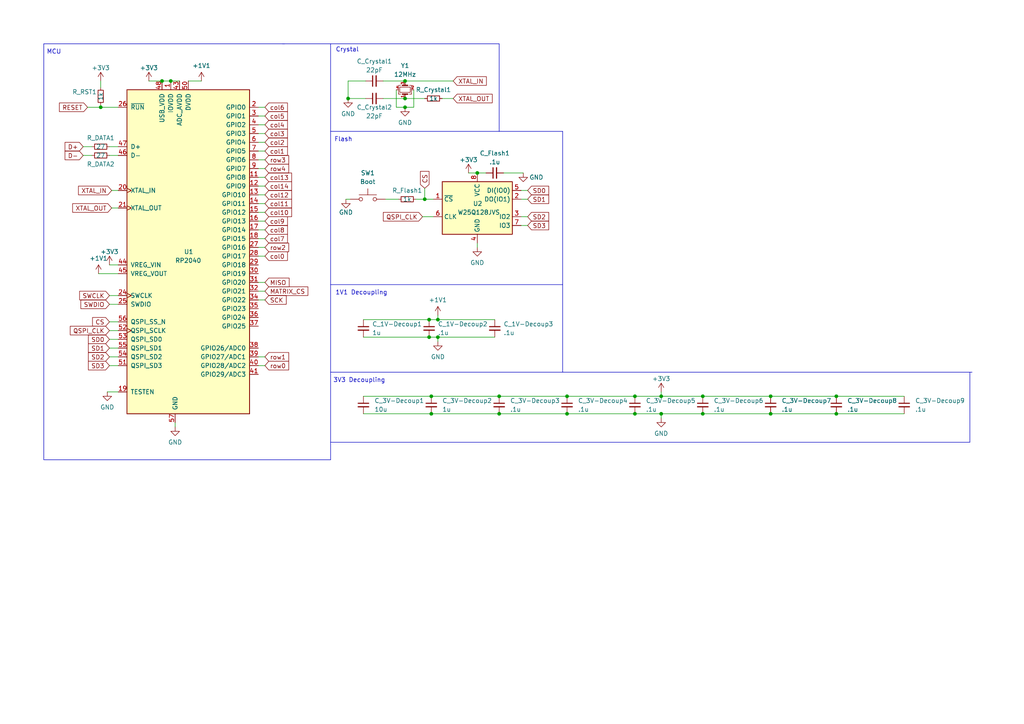
<source format=kicad_sch>
(kicad_sch (version 20230121) (generator eeschema)
  (paper "A4")
  (title_block (title "Plaket60") (date "2022-07-25") (rev "1.0"))
  (lib_symbols
    (symbol "Device:C_Small" (pin_numbers hide) (pin_names (offset 0.254) hide)
      (property "Reference" "C" (at 0.254 1.778 0))
      (property "Value" "C_Small" (at 0.254 -2.032 0))
      (symbol "C_Small_0_1"
        (polyline (pts (xy -1.524 -0.508) (xy 1.524 -0.508)) (stroke (width 0.3302)))
        (polyline (pts (xy -1.524 0.508) (xy 1.524 0.508)) (stroke (width 0.3048)))
      )
      (symbol "C_Small_1_1"
        (pin passive line (at 0 2.54 270) (length 2.032) (name "~") (number "1"))
        (pin passive line (at 0 -2.54 90) (length 2.032) (name "~") (number "2"))
      )
    )
    (symbol "Device:Crystal_GND24_Small" (pin_names (offset 1.016) hide)
      (property "Reference" "Y" (at 1.27 4.445 0))
      (property "Value" "Crystal_GND24_Small" (at 1.27 2.54 0))
      (symbol "Crystal_GND24_Small_0_1"
        (rectangle (start -0.762 -1.524) (end 0.762 1.524))
        (polyline (pts (xy -1.27 -0.762) (xy -1.27 0.762)) (stroke (width 0.381)))
        (polyline (pts (xy 1.27 -0.762) (xy 1.27 0.762)) (stroke (width 0.381)))
        (polyline (pts (xy -1.27 -1.27) (xy -1.27 -1.905) (xy 1.27 -1.905) (xy 1.27 -1.27)))
        (polyline (pts (xy -1.27 1.27) (xy -1.27 1.905) (xy 1.27 1.905) (xy 1.27 1.27)))
      )
      (symbol "Crystal_GND24_Small_1_1"
        (pin passive line (at -2.54 0 0) (length 1.27) (name "1") (number "1"))
        (pin passive line (at 0 -2.54 90) (length 0.635) (name "2") (number "2"))
        (pin passive line (at 2.54 0 180) (length 1.27) (name "3") (number "3"))
        (pin passive line (at 0 2.54 270) (length 0.635) (name "4") (number "4"))
      )
    )
    (symbol "Device:R_Small" (pin_numbers hide) (pin_names (offset 0.254) hide)
      (property "Reference" "R" (at 0.762 0.508 0))
      (property "Value" "R_Small" (at 0.762 -1.016 0))
      (symbol "R_Small_0_1"
        (rectangle (start -0.762 1.778) (end 0.762 -1.778) (stroke (width 0.2032)))
      )
      (symbol "R_Small_1_1"
        (pin passive line (at 0 2.54 270) (length 0.762) (name "~") (number "1"))
        (pin passive line (at 0 -2.54 90) (length 0.762) (name "~") (number "2"))
      )
    )
    (symbol "Memory_Flash:W25Q128JVS"
      (property "Reference" "U" (at -8.89 8.89 0))
      (property "Value" "W25Q128JVS" (at 7.62 8.89 0))
      (symbol "W25Q128JVS_0_1"
        (rectangle (start -10.16 7.62) (end 10.16 -7.62) (stroke (width 0.254)) (fill (type background)))
      )
      (symbol "W25Q128JVS_1_1"
        (pin input line (at -12.7 2.54 0) (length 2.54) (name "~{CS}") (number "1"))
        (pin bidirectional line (at 12.7 2.54 180) (length 2.54) (name "DO(IO1)") (number "2"))
        (pin bidirectional line (at 12.7 -2.54 180) (length 2.54) (name "IO2") (number "3"))
        (pin power_in line (at 0 -10.16 90) (length 2.54) (name "GND") (number "4"))
        (pin bidirectional line (at 12.7 5.08 180) (length 2.54) (name "DI(IO0)") (number "5"))
        (pin input line (at -12.7 -2.54 0) (length 2.54) (name "CLK") (number "6"))
        (pin bidirectional line (at 12.7 -5.08 180) (length 2.54) (name "IO3") (number "7"))
        (pin power_in line (at 0 10.16 270) (length 2.54) (name "VCC") (number "8"))
      )
    )
    (symbol "Switch:SW_Push" (pin_numbers hide) (pin_names (offset 1.016) hide)
      (property "Reference" "SW" (at 1.27 2.54 0))
      (property "Value" "SW_Push" (at 0 -1.524 0))
      (symbol "SW_Push_0_1"
        (circle (center -2.032 0) (radius 0.508))
        (polyline (pts (xy 0 1.27) (xy 0 3.048)))
        (polyline (pts (xy 2.54 1.27) (xy -2.54 1.27)))
        (circle (center 2.032 0) (radius 0.508))
        (pin passive line (at -5.08 0 0) (length 2.54) (name "1") (number "1"))
        (pin passive line (at 5.08 0 180) (length 2.54) (name "2") (number "2"))
      )
    )
    (symbol "cipulot_parts:RP2040" (pin_names (offset 1.016))
      (property "Reference" "U" (at 8.89 51.435 0))
      (property "Value" "RP2040" (at 8.89 48.895 0))
      (symbol "RP2040_0_0"
        (rectangle (start -17.78 -45.72) (end 17.78 48.26) (stroke (width 0.254)) (fill (type background)))
      )
      (symbol "RP2040_1_1"
        (pin power_in line (at -5.08 50.8 270) (length 2.54) (name "IOVDD") (number "1"))
        (pin power_in line (at -5.08 50.8 270) (length 2.54) hide (name "IOVDD") (number "10"))
        (pin input line (at 20.32 22.86 180) (length 2.54) (name "GPIO8") (number "11"))
        (pin input line (at 20.32 20.32 180) (length 2.54) (name "GPIO9") (number "12"))
        (pin input line (at 20.32 17.78 180) (length 2.54) (name "GPIO10") (number "13"))
        (pin input line (at 20.32 15.24 180) (length 2.54) (name "GPIO11") (number "14"))
        (pin input line (at 20.32 12.7 180) (length 2.54) (name "GPIO12") (number "15"))
        (pin input line (at 20.32 10.16 180) (length 2.54) (name "GPIO13") (number "16"))
        (pin input line (at 20.32 7.62 180) (length 2.54) (name "GPIO14") (number "17"))
        (pin input line (at 20.32 5.08 180) (length 2.54) (name "GPIO15") (number "18"))
        (pin input line (at -20.32 -39.37 0) (length 2.54) (name "TESTEN") (number "19"))
        (pin input line (at 20.32 43.18 180) (length 2.54) (name "GPIO0") (number "2"))
        (pin input clock (at -20.32 19.05 0) (length 2.54) (name "XTAL_IN") (number "20"))
        (pin input clock (at -20.32 13.97 0) (length 2.54) (name "XTAL_OUT") (number "21"))
        (pin power_in line (at -5.08 50.8 270) (length 2.54) hide (name "IOVDD") (number "22"))
        (pin power_in line (at 0 50.8 270) (length 2.54) hide (name "DVDD") (number "23"))
        (pin input clock (at -20.32 -11.43 0) (length 2.54) (name "SWCLK") (number "24"))
        (pin bidirectional line (at -20.32 -13.97 0) (length 2.54) (name "SWDIO") (number "25"))
        (pin input line (at -20.32 43.18 0) (length 2.54) (name "~{RUN}") (number "26"))
        (pin input line (at 20.32 2.54 180) (length 2.54) (name "GPIO16") (number "27"))
        (pin input line (at 20.32 0 180) (length 2.54) (name "GPIO17") (number "28"))
        (pin input line (at 20.32 -2.54 180) (length 2.54) (name "GPIO18") (number "29"))
        (pin input line (at 20.32 40.64 180) (length 2.54) (name "GPIO1") (number "3"))
        (pin input line (at 20.32 -5.08 180) (length 2.54) (name "GPIO19") (number "30"))
        (pin input line (at 20.32 -7.62 180) (length 2.54) (name "GPIO20") (number "31"))
        (pin input line (at 20.32 -10.16 180) (length 2.54) (name "GPIO21") (number "32"))
        (pin power_in line (at -5.08 50.8 270) (length 2.54) hide (name "IOVDD") (number "33"))
        (pin input line (at 20.32 -12.7 180) (length 2.54) (name "GPIO22") (number "34"))
        (pin input line (at 20.32 -15.24 180) (length 2.54) (name "GPIO23") (number "35"))
        (pin input line (at 20.32 -17.78 180) (length 2.54) (name "GPIO24") (number "36"))
        (pin input line (at 20.32 -20.32 180) (length 2.54) (name "GPIO25") (number "37"))
        (pin input line (at 20.32 -26.67 180) (length 2.54) (name "GPIO26/ADC0") (number "38"))
        (pin input line (at 20.32 -29.21 180) (length 2.54) (name "GPIO27/ADC1") (number "39"))
        (pin input line (at 20.32 38.1 180) (length 2.54) (name "GPIO2") (number "4"))
        (pin input line (at 20.32 -31.75 180) (length 2.54) (name "GPIO28/ADC2") (number "40"))
        (pin input line (at 20.32 -34.29 180) (length 2.54) (name "GPIO29/ADC3") (number "41"))
        (pin power_in line (at -5.08 50.8 270) (length 2.54) hide (name "IOVDD") (number "42"))
        (pin power_in line (at -2.54 50.8 270) (length 2.54) (name "ADC_AVDD") (number "43"))
        (pin power_in line (at -20.32 -2.54 0) (length 2.54) (name "VREG_VIN") (number "44"))
        (pin power_out line (at -20.32 -5.08 0) (length 2.54) (name "VREG_VOUT") (number "45"))
        (pin bidirectional line (at -20.32 29.21 0) (length 2.54) (name "D-") (number "46"))
        (pin bidirectional line (at -20.32 31.75 0) (length 2.54) (name "D+") (number "47"))
        (pin power_in line (at -7.62 50.8 270) (length 2.54) (name "USB_VDD") (number "48"))
        (pin power_in line (at -5.08 50.8 270) (length 2.54) hide (name "IOVDD") (number "49"))
        (pin input line (at 20.32 35.56 180) (length 2.54) (name "GPIO3") (number "5"))
        (pin power_in line (at 0 50.8 270) (length 2.54) (name "DVDD") (number "50"))
        (pin bidirectional line (at -20.32 -31.75 0) (length 2.54) (name "QSPI_SD3") (number "51"))
        (pin input clock (at -20.32 -21.59 0) (length 2.54) (name "QSPI_SCLK") (number "52"))
        (pin bidirectional line (at -20.32 -24.13 0) (length 2.54) (name "QSPI_SD0") (number "53"))
        (pin bidirectional line (at -20.32 -29.21 0) (length 2.54) (name "QSPI_SD2") (number "54"))
        (pin bidirectional line (at -20.32 -26.67 0) (length 2.54) (name "QSPI_SD1") (number "55"))
        (pin bidirectional line (at -20.32 -19.05 0) (length 2.54) (name "QSPI_SS_N") (number "56"))
        (pin power_in line (at -3.81 -48.26 90) (length 2.54) (name "GND") (number "57"))
        (pin input line (at 20.32 33.02 180) (length 2.54) (name "GPIO4") (number "6"))
        (pin input line (at 20.32 30.48 180) (length 2.54) (name "GPIO5") (number "7"))
        (pin input line (at 20.32 27.94 180) (length 2.54) (name "GPIO6") (number "8"))
        (pin input line (at 20.32 25.4 180) (length 2.54) (name "GPIO7") (number "9"))
      )
    )
    (symbol "power:+1V1" (power) (pin_names (offset 0))
      (property "Value" "+1V1" (at 0 3.556 0))
      (symbol "+1V1_0_1"
        (polyline (pts (xy -0.762 1.27) (xy 0 2.54)))
        (polyline (pts (xy 0 0) (xy 0 2.54)))
        (polyline (pts (xy 0 2.54) (xy 0.762 1.27)))
      )
      (symbol "+1V1_1_1"
        (pin power_in line (at 0 0 90) (length 0) hide (name "+1V1") (number "1"))
      )
    )
    (symbol "power:+3V3" (power) (pin_names (offset 0))
      (property "Value" "+3V3" (at 0 3.556 0))
      (symbol "+3V3_0_1"
        (polyline (pts (xy -0.762 1.27) (xy 0 2.54)))
        (polyline (pts (xy 0 0) (xy 0 2.54)))
        (polyline (pts (xy 0 2.54) (xy 0.762 1.27)))
      )
      (symbol "+3V3_1_1"
        (pin power_in line (at 0 0 90) (length 0) hide (name "+3V3") (number "1"))
      )
    )
    (symbol "power:GND" (power) (pin_names (offset 0))
      (property "Value" "GND" (at 0 -3.81 0))
      (symbol "GND_0_1"
        (polyline (pts (xy 0 0) (xy 0 -1.27) (xy 1.27 -1.27) (xy 0 -2.54) (xy -1.27 -1.27) (xy 0 -1.27)))
      )
      (symbol "GND_1_1"
        (pin power_in line (at 0 0 270) (length 0) hide (name "GND") (number "1"))
      )
    )
  )
  (junction (at 223.52 120.015))
  (junction (at 144.78 114.935))
  (junction (at 184.15 114.935))
  (junction (at 138.43 50.165))
  (junction (at 117.475 28.575))
  (junction (at 203.835 114.935))
  (junction (at 49.53 23.495))
  (junction (at 164.465 120.015))
  (junction (at 127 92.71))
  (junction (at 127 97.79))
  (junction (at 117.475 31.115))
  (junction (at 29.21 31.115))
  (junction (at 164.465 114.935))
  (junction (at 191.77 120.015))
  (junction (at 125.095 120.015))
  (junction (at 124.46 97.79))
  (junction (at 125.095 114.935))
  (junction (at 144.78 120.015))
  (junction (at 242.57 114.935))
  (junction (at 191.77 114.935))
  (junction (at 203.835 120.015))
  (junction (at 46.99 23.495))
  (junction (at 124.46 92.71))
  (junction (at 223.52 114.935))
  (junction (at 123.19 57.785))
  (junction (at 100.965 28.575))
  (junction (at 242.57 120.015))
  (junction (at 184.15 120.015))
  (junction (at 117.475 23.495))
  (polyline (pts (xy 163.195 107.95) (xy 281.94 107.95)))
  (wire (pts (xy 31.75 85.725) (xy 34.29 85.725)))
  (wire (pts (xy 111.125 28.575) (xy 117.475 28.575)))
  (wire (pts (xy 125.095 114.935) (xy 144.78 114.935)))
  (wire (pts (xy 122.555 62.865) (xy 125.73 62.865)))
  (wire (pts (xy 31.75 88.265) (xy 34.29 88.265)))
  (wire (pts (xy 127 97.79) (xy 143.51 97.79)))
  (wire (pts (xy 29.21 31.115) (xy 34.29 31.115)))
  (wire (pts (xy 242.57 120.015) (xy 262.255 120.015)))
  (wire (pts (xy 111.125 23.495) (xy 117.475 23.495)))
  (wire (pts (xy 74.93 53.975) (xy 76.835 53.975)))
  (wire (pts (xy 151.13 55.245) (xy 153.035 55.245)))
  (wire (pts (xy 74.93 64.135) (xy 76.835 64.135)))
  (wire (pts (xy 31.75 103.505) (xy 34.29 103.505)))
  (wire (pts (xy 191.77 114.935) (xy 203.835 114.935)))
  (wire (pts (xy 76.835 86.995) (xy 74.93 86.995)))
  (wire (pts (xy 120.015 31.115) (xy 117.475 31.115)))
  (wire (pts (xy 28.575 79.375) (xy 34.29 79.375)))
  (wire (pts (xy 138.43 50.165) (xy 140.97 50.165)))
  (wire (pts (xy 31.75 42.545) (xy 34.29 42.545)))
  (wire (pts (xy 43.18 23.495) (xy 46.99 23.495)))
  (wire (pts (xy 31.75 100.965) (xy 34.29 100.965)))
  (wire (pts (xy 105.41 120.015) (xy 125.095 120.015)))
  (polyline (pts (xy 144.78 12.7) (xy 144.78 38.1)))
  (wire (pts (xy 100.965 28.575) (xy 100.965 23.495)))
  (polyline (pts (xy 144.78 38.1) (xy 95.885 38.1)))
  (wire (pts (xy 24.13 42.545) (xy 26.67 42.545)))
  (wire (pts (xy 32.385 60.325) (xy 34.29 60.325)))
  (wire (pts (xy 127 92.71) (xy 143.51 92.71)))
  (wire (pts (xy 74.93 41.275) (xy 76.835 41.275)))
  (wire (pts (xy 74.93 59.055) (xy 76.835 59.055)))
  (wire (pts (xy 74.93 43.815) (xy 76.835 43.815)))
  (wire (pts (xy 74.93 84.455) (xy 76.835 84.455)))
  (wire (pts (xy 74.93 81.915) (xy 76.835 81.915)))
  (wire (pts (xy 50.8 122.555) (xy 50.8 123.825)))
  (polyline (pts (xy 163.195 38.1) (xy 163.195 82.55)))
  (wire (pts (xy 49.53 23.495) (xy 52.07 23.495)))
  (wire (pts (xy 203.835 114.935) (xy 223.52 114.935)))
  (wire (pts (xy 46.99 23.495) (xy 49.53 23.495)))
  (wire (pts (xy 29.21 23.495) (xy 29.21 25.4)))
  (polyline (pts (xy 82.55 133.35) (xy 12.7 133.35)))
  (wire (pts (xy 74.93 51.435) (xy 76.835 51.435)))
  (wire (pts (xy 125.095 120.015) (xy 144.78 120.015)))
  (wire (pts (xy 32.385 55.245) (xy 34.29 55.245)))
  (polyline (pts (xy 163.195 82.55) (xy 163.195 107.95)))
  (wire (pts (xy 135.89 50.165) (xy 138.43 50.165)))
  (wire (pts (xy 74.93 103.505) (xy 76.835 103.505)))
  (wire (pts (xy 31.75 98.425) (xy 34.29 98.425)))
  (wire (pts (xy 111.76 57.785) (xy 115.57 57.785)))
  (wire (pts (xy 24.13 45.085) (xy 26.67 45.085)))
  (wire (pts (xy 164.465 120.015) (xy 184.15 120.015)))
  (wire (pts (xy 105.41 114.935) (xy 125.095 114.935)))
  (wire (pts (xy 31.75 95.885) (xy 34.29 95.885)))
  (wire (pts (xy 74.93 48.895) (xy 76.835 48.895)))
  (wire (pts (xy 144.78 120.015) (xy 164.465 120.015)))
  (wire (pts (xy 100.33 57.785) (xy 101.6 57.785)))
  (wire (pts (xy 74.93 31.115) (xy 76.835 31.115)))
  (wire (pts (xy 31.75 45.085) (xy 34.29 45.085)))
  (wire (pts (xy 31.75 106.045) (xy 34.29 106.045)))
  (wire (pts (xy 100.965 23.495) (xy 106.045 23.495)))
  (wire (pts (xy 138.43 70.485) (xy 138.43 71.755)))
  (wire (pts (xy 74.93 36.195) (xy 76.835 36.195)))
  (wire (pts (xy 74.93 33.655) (xy 76.835 33.655)))
  (wire (pts (xy 151.13 57.785) (xy 153.035 57.785)))
  (wire (pts (xy 191.77 120.015) (xy 203.835 120.015)))
  (wire (pts (xy 184.15 120.015) (xy 191.77 120.015)))
  (polyline (pts (xy 82.55 133.35) (xy 95.885 133.35)))
  (wire (pts (xy 74.93 74.295) (xy 76.835 74.295)))
  (polyline (pts (xy 163.195 82.55) (xy 95.885 82.55)))
  (wire (pts (xy 128.27 28.575) (xy 131.445 28.575)))
  (wire (pts (xy 127 91.44) (xy 127 92.71)))
  (wire (pts (xy 123.19 54.61) (xy 123.19 57.785)))
  (wire (pts (xy 127 97.79) (xy 127 99.06)))
  (polyline (pts (xy 144.78 38.1) (xy 163.195 38.1)))
  (polyline (pts (xy 12.7 12.7) (xy 12.7 133.35)))
  (wire (pts (xy 151.13 62.865) (xy 153.035 62.865)))
  (wire (pts (xy 74.93 38.735) (xy 76.835 38.735)))
  (wire (pts (xy 74.93 61.595) (xy 76.835 61.595)))
  (wire (pts (xy 117.475 23.495) (xy 131.445 23.495)))
  (wire (pts (xy 74.93 71.755) (xy 76.835 71.755)))
  (wire (pts (xy 74.93 56.515) (xy 76.835 56.515)))
  (wire (pts (xy 191.77 113.665) (xy 191.77 114.935)))
  (wire (pts (xy 123.19 57.785) (xy 125.73 57.785)))
  (wire (pts (xy 124.46 92.71) (xy 127 92.71)))
  (polyline (pts (xy 95.885 12.7) (xy 95.885 133.35)))
  (wire (pts (xy 242.57 114.935) (xy 262.255 114.935)))
  (wire (pts (xy 151.13 65.405) (xy 153.035 65.405)))
  (polyline (pts (xy 81.915 12.7) (xy 95.885 12.7)))
  (wire (pts (xy 223.52 114.935) (xy 242.57 114.935)))
  (wire (pts (xy 29.21 30.48) (xy 29.21 31.115)))
  (wire (pts (xy 25.4 31.115) (xy 29.21 31.115)))
  (wire (pts (xy 144.78 114.935) (xy 164.465 114.935)))
  (polyline (pts (xy 12.7 12.7) (xy 82.55 12.7)))
  (wire (pts (xy 31.75 76.835) (xy 34.29 76.835)))
  (wire (pts (xy 164.465 114.935) (xy 184.15 114.935)))
  (wire (pts (xy 105.41 97.79) (xy 124.46 97.79)))
  (wire (pts (xy 105.41 92.71) (xy 124.46 92.71)))
  (wire (pts (xy 117.475 28.575) (xy 123.19 28.575)))
  (wire (pts (xy 100.965 28.575) (xy 106.045 28.575)))
  (wire (pts (xy 31.75 93.345) (xy 34.29 93.345)))
  (wire (pts (xy 120.65 57.785) (xy 123.19 57.785)))
  (polyline (pts (xy 281.305 107.95) (xy 281.305 128.27)))
  (wire (pts (xy 203.835 120.015) (xy 223.52 120.015)))
  (wire (pts (xy 74.93 46.355) (xy 76.835 46.355)))
  (wire (pts (xy 223.52 120.015) (xy 242.57 120.015)))
  (polyline (pts (xy 281.305 128.27) (xy 95.885 128.27)))
  (wire (pts (xy 114.935 26.035) (xy 114.935 31.115)))
  (wire (pts (xy 120.015 26.035) (xy 120.015 31.115)))
  (wire (pts (xy 74.93 66.675) (xy 76.835 66.675)))
  (wire (pts (xy 54.61 23.495) (xy 58.42 23.495)))
  (wire (pts (xy 74.93 69.215) (xy 76.835 69.215)))
  (wire (pts (xy 184.15 114.935) (xy 191.77 114.935)))
  (wire (pts (xy 74.93 106.045) (xy 76.835 106.045)))
  (wire (pts (xy 31.115 113.665) (xy 34.29 113.665)))
  (wire (pts (xy 191.77 121.285) (xy 191.77 120.015)))
  (wire (pts (xy 124.46 97.79) (xy 127 97.79)))
  (wire (pts (xy 114.935 31.115) (xy 117.475 31.115)))
  (polyline (pts (xy 95.885 12.7) (xy 144.78 12.7)))
  (wire (pts (xy 146.05 50.165) (xy 151.765 50.165)))
  (polyline (pts (xy 95.885 107.95) (xy 163.195 107.95)))
  (text "Flash\n" (at 102.235 41.275 0) (effects (font (size 1.27 1.27)) (justify right bottom)))
  (text "MCU\n" (at 17.78 15.875 0) (effects (font (size 1.27 1.27)) (justify right bottom)))
  (text "Crystal\n" (at 104.14 15.24 0) (effects (font (size 1.27 1.27)) (justify right bottom)))
  (text "3V3 Decoupling" (at 111.76 111.125 0) (effects (font (size 1.27 1.27)) (justify right bottom)))
  (text "1V1 Decoupling" (at 112.395 85.725 0) (effects (font (size 1.27 1.27)) (justify right bottom)))
  (global_label "col7" (shape input) (at 76.835 69.215 0) (property "Intersheetrefs" "${INTERSHEET_REFS}" (effects hide)))
  (global_label "SCK" (shape input) (at 76.835 86.995 0) (property "Intersheetrefs" "${INTERSHEET_REFS}" (effects hide)))
  (global_label "MATRIX_CS" (shape input) (at 76.835 84.455 0) (property "Intersheetrefs" "${INTERSHEET_REFS}" (effects hide)))
  (global_label "col14" (shape input) (at 76.835 53.975 0) (property "Intersheetrefs" "${INTERSHEET_REFS}" (effects hide)))
  (global_label "XTAL_OUT" (shape input) (at 32.385 60.325 180) (property "Intersheetrefs" "${INTERSHEET_REFS}" (effects hide)))
  (global_label "col8" (shape input) (at 76.835 66.675 0) (property "Intersheetrefs" "${INTERSHEET_REFS}" (effects hide)))
  (global_label "col0" (shape input) (at 76.835 74.295 0) (property "Intersheetrefs" "${INTERSHEET_REFS}" (effects hide)))
  (global_label "col6" (shape input) (at 76.835 31.115 0) (property "Intersheetrefs" "${INTERSHEET_REFS}" (effects hide)))
  (global_label "SWCLK" (shape input) (at 31.75 85.725 180) (property "Intersheetrefs" "${INTERSHEET_REFS}" (effects hide)))
  (global_label "col1" (shape input) (at 76.835 43.815 0) (property "Intersheetrefs" "${INTERSHEET_REFS}" (effects hide)))
  (global_label "SD1" (shape input) (at 153.035 57.785 0) (property "Intersheetrefs" "${INTERSHEET_REFS}" (effects hide)))
  (global_label "SD3" (shape input) (at 153.035 65.405 0) (property "Intersheetrefs" "${INTERSHEET_REFS}" (effects hide)))
  (global_label "row2" (shape input) (at 76.835 71.755 0) (property "Intersheetrefs" "${INTERSHEET_REFS}" (effects hide)))
  (global_label "D-" (shape input) (at 24.13 45.085 180) (property "Intersheetrefs" "${INTERSHEET_REFS}" (effects hide)))
  (global_label "XTAL_IN" (shape input) (at 131.445 23.495 0) (property "Intersheetrefs" "${INTERSHEET_REFS}" (effects hide)))
  (global_label "SD2" (shape input) (at 153.035 62.865 0) (property "Intersheetrefs" "${INTERSHEET_REFS}" (effects hide)))
  (global_label "col13" (shape input) (at 76.835 51.435 0) (property "Intersheetrefs" "${INTERSHEET_REFS}" (effects hide)))
  (global_label "D+" (shape input) (at 24.13 42.545 180) (property "Intersheetrefs" "${INTERSHEET_REFS}" (effects hide)))
  (global_label "SD0" (shape input) (at 31.75 98.425 180) (property "Intersheetrefs" "${INTERSHEET_REFS}" (effects hide)))
  (global_label "QSPI_CLK" (shape input) (at 122.555 62.865 180) (property "Intersheetrefs" "${INTERSHEET_REFS}" (effects hide)))
  (global_label "SWDIO" (shape input) (at 31.75 88.265 180) (property "Intersheetrefs" "${INTERSHEET_REFS}" (effects hide)))
  (global_label "row4" (shape input) (at 76.835 48.895 0) (property "Intersheetrefs" "${INTERSHEET_REFS}" (effects hide)))
  (global_label "col2" (shape input) (at 76.835 41.275 0) (property "Intersheetrefs" "${INTERSHEET_REFS}" (effects hide)))
  (global_label "row0" (shape input) (at 76.835 106.045 0) (property "Intersheetrefs" "${INTERSHEET_REFS}" (effects hide)))
  (global_label "row3" (shape input) (at 76.835 46.355 0) (property "Intersheetrefs" "${INTERSHEET_REFS}" (effects hide)))
  (global_label "QSPI_CLK" (shape input) (at 31.75 95.885 180) (property "Intersheetrefs" "${INTERSHEET_REFS}" (effects hide)))
  (global_label "row1" (shape input) (at 76.835 103.505 0) (property "Intersheetrefs" "${INTERSHEET_REFS}" (effects hide)))
  (global_label "SD0" (shape input) (at 153.035 55.245 0) (property "Intersheetrefs" "${INTERSHEET_REFS}" (effects hide)))
  (global_label "col10" (shape input) (at 76.835 61.595 0) (property "Intersheetrefs" "${INTERSHEET_REFS}" (effects hide)))
  (global_label "col3" (shape input) (at 76.835 38.735 0) (property "Intersheetrefs" "${INTERSHEET_REFS}" (effects hide)))
  (global_label "col12" (shape input) (at 76.835 56.515 0) (property "Intersheetrefs" "${INTERSHEET_REFS}" (effects hide)))
  (global_label "XTAL_IN" (shape input) (at 32.385 55.245 180) (property "Intersheetrefs" "${INTERSHEET_REFS}" (effects hide)))
  (global_label "col9" (shape input) (at 76.835 64.135 0) (property "Intersheetrefs" "${INTERSHEET_REFS}" (effects hide)))
  (global_label "CS" (shape input) (at 123.19 54.61 90) (property "Intersheetrefs" "${INTERSHEET_REFS}" (effects hide)))
  (global_label "SD3" (shape input) (at 31.75 106.045 180) (property "Intersheetrefs" "${INTERSHEET_REFS}" (effects hide)))
  (global_label "MISO" (shape input) (at 76.835 81.915 0) (property "Intersheetrefs" "${INTERSHEET_REFS}" (effects hide)))
  (global_label "RESET" (shape input) (at 25.4 31.115 180) (property "Intersheetrefs" "${INTERSHEET_REFS}" (effects hide)))
  (global_label "XTAL_OUT" (shape input) (at 131.445 28.575 0) (property "Intersheetrefs" "${INTERSHEET_REFS}" (effects hide)))
  (global_label "SD1" (shape input) (at 31.75 100.965 180) (property "Intersheetrefs" "${INTERSHEET_REFS}" (effects hide)))
  (global_label "CS" (shape input) (at 31.75 93.345 180) (property "Intersheetrefs" "${INTERSHEET_REFS}" (effects hide)))
  (global_label "col4" (shape input) (at 76.835 36.195 0) (property "Intersheetrefs" "${INTERSHEET_REFS}" (effects hide)))
  (global_label "col11" (shape input) (at 76.835 59.055 0) (property "Intersheetrefs" "${INTERSHEET_REFS}" (effects hide)))
  (global_label "SD2" (shape input) (at 31.75 103.505 180) (property "Intersheetrefs" "${INTERSHEET_REFS}" (effects hide)))
  (global_label "col5" (shape input) (at 76.835 33.655 0) (property "Intersheetrefs" "${INTERSHEET_REFS}" (effects hide)))
  (symbol (lib_id "Device:R_Small") (at 118.11 57.785 90) (unit 1)
    (property "Reference" "R_Flash1" (at 118.11 55.245 90))
    (property "Value" "1k" (at 118.11 57.785 90))
    (property "Footprint" "Resistor_SMD:R_0402_1005Metric" (effects hide))
  )
  (symbol (lib_id "power:+3V3") (at 191.77 113.665 0) (unit 1)
    (property "Reference" "#PWR0118" (effects hide))
    (property "Value" "+3V3" (at 191.77 109.855 0))
  )
  (symbol (lib_id "power:GND") (at 117.475 31.115 0) (unit 1)
    (property "Reference" "#PWR0109" (effects hide))
    (property "Value" "GND" (at 117.475 35.56 0))
  )
  (symbol (lib_id "power:GND") (at 50.8 123.825 0) (unit 1)
    (property "Reference" "#PWR0105" (effects hide))
    (property "Value" "GND" (at 50.8 128.27 0))
  )
  (symbol (lib_id "Device:C_Small") (at 184.15 117.475 0) (unit 1)
    (property "Reference" "C_3V-Decoup5" (at 187.325 116.2112 0) (effects (justify left)))
    (property "Value" ".1u" (at 187.325 118.7512 0) (effects (justify left)))
    (property "Footprint" "Capacitor_SMD:C_0402_1005Metric" (effects hide))
  )
  (symbol (lib_id "Device:Crystal_GND24_Small") (at 117.475 26.035 90) (unit 1)
    (property "Reference" "Y1" (at 117.475 19.05 90))
    (property "Value" "12MHz" (at 117.475 21.59 90))
    (property "Footprint" "Crystal:Crystal_SMD_3225-4Pin_3.2x2.5mm" (effects hide))
  )
  (symbol (lib_id "Device:C_Small") (at 124.46 95.25 0) (unit 1)
    (property "Reference" "C_1V-Decoup2" (at 127 93.9862 0) (effects (justify left)))
    (property "Value" ".1u" (at 127 96.5262 0) (effects (justify left)))
    (property "Footprint" "Capacitor_SMD:C_0402_1005Metric" (effects hide))
  )
  (symbol (lib_id "power:GND") (at 191.77 121.285 0) (unit 1)
    (property "Reference" "#PWR0117" (effects hide))
    (property "Value" "GND" (at 191.77 125.73 0))
  )
  (symbol (lib_id "power:GND") (at 151.765 50.165 0) (unit 1)
    (property "Reference" "#PWR0113" (effects hide))
    (property "Value" "GND" (at 155.575 51.435 0))
  )
  (symbol (lib_id "power:+3V3") (at 43.18 23.495 0) (unit 1)
    (property "Reference" "#PWR0106" (effects hide))
    (property "Value" "+3V3" (at 43.18 19.685 0))
  )
  (symbol (lib_id "Memory_Flash:W25Q128JVS") (at 138.43 60.325 0) (unit 1)
    (property "Reference" "U2" (at 137.16 59.055 0) (effects (justify left)))
    (property "Value" "W25Q128JVS" (at 132.715 61.595 0) (effects (justify left)))
    (property "Footprint" "Package_SO:SOIC-8_5.23x5.23mm_P1.27mm" (effects hide))
    (property "Datasheet" "http://www.winbond.com/resource-files/w25q128jv_dtr%20revc%2003272018%20plus.pdf" (effects hide))
  )
  (symbol (lib_id "Device:R_Small") (at 29.21 27.94 0) (unit 1)
    (property "Reference" "R_RST1" (at 20.955 26.67 0) (effects (justify left)))
    (property "Value" "1k" (at 29.21 29.21 90) (effects (justify left)))
    (property "Footprint" "Resistor_SMD:R_0402_1005Metric" (effects hide))
  )
  (symbol (lib_id "power:+1V1") (at 28.575 79.375 0) (unit 1)
    (property "Reference" "#PWR0103" (effects hide))
    (property "Value" "+1V1" (at 28.575 74.93 0))
  )
  (symbol (lib_id "Device:R_Small") (at 29.21 45.085 90) (unit 1)
    (property "Reference" "R_DATA2" (at 29.21 47.625 90))
    (property "Value" "27" (at 29.21 45.085 90))
    (property "Footprint" "Resistor_SMD:R_0402_1005Metric" (effects hide))
  )
  (symbol (lib_id "Device:C_Small") (at 108.585 23.495 90) (unit 1)
    (property "Reference" "C_Crystal1" (at 108.585 17.78 90))
    (property "Value" "22pF" (at 108.585 20.32 90))
    (property "Footprint" "Capacitor_SMD:C_0402_1005Metric" (effects hide))
  )
  (symbol (lib_id "Device:C_Small") (at 242.57 117.475 0) (unit 1)
    (property "Reference" "C_3V-Decoup8" (at 245.745 116.2112 0) (effects (justify left)))
    (property "Value" ".1u" (at 245.745 118.7512 0) (effects (justify left)))
    (property "Footprint" "Capacitor_SMD:C_0402_1005Metric" (effects hide))
  )
  (symbol (lib_id "power:GND") (at 31.115 113.665 0) (unit 1)
    (property "Reference" "#PWR0104" (effects hide))
    (property "Value" "GND" (at 31.115 118.11 0))
  )
  (symbol (lib_id "Device:R_Small") (at 125.73 28.575 90) (unit 1)
    (property "Reference" "R_Crystal1" (at 125.73 26.035 90))
    (property "Value" "1k" (at 125.73 28.575 90))
    (property "Footprint" "Resistor_SMD:R_0402_1005Metric" (effects hide))
  )
  (symbol (lib_id "Device:C_Small") (at 105.41 95.25 0) (unit 1)
    (property "Reference" "C_1V-Decoup1" (at 107.95 93.9862 0) (effects (justify left)))
    (property "Value" "1u" (at 107.95 96.5262 0) (effects (justify left)))
    (property "Footprint" "Capacitor_SMD:C_0402_1005Metric" (effects hide))
  )
  (symbol (lib_id "power:GND") (at 100.965 28.575 0) (unit 1)
    (property "Reference" "#PWR0110" (effects hide))
    (property "Value" "GND" (at 100.965 33.02 0))
  )
  (symbol (lib_id "power:+3V3") (at 31.75 76.835 0) (unit 1)
    (property "Reference" "#PWR0102" (effects hide))
    (property "Value" "+3V3" (at 31.75 73.025 0))
  )
  (symbol (lib_id "power:GND") (at 100.33 57.785 0) (unit 1)
    (property "Reference" "#PWR0111" (effects hide))
    (property "Value" "GND" (at 100.33 61.595 0))
  )
  (symbol (lib_id "Device:C_Small") (at 164.465 117.475 0) (unit 1)
    (property "Reference" "C_3V-Decoup4" (at 167.64 116.2112 0) (effects (justify left)))
    (property "Value" ".1u" (at 167.64 118.7512 0) (effects (justify left)))
    (property "Footprint" "Capacitor_SMD:C_0402_1005Metric" (effects hide))
  )
  (symbol (lib_id "Device:C_Small") (at 125.095 117.475 0) (unit 1)
    (property "Reference" "C_3V-Decoup2" (at 128.27 116.2112 0) (effects (justify left)))
    (property "Value" "1u" (at 128.27 118.7512 0) (effects (justify left)))
    (property "Footprint" "Capacitor_SMD:C_0402_1005Metric" (effects hide))
  )
  (symbol (lib_id "Device:R_Small") (at 29.21 42.545 90) (unit 1)
    (property "Reference" "R_DATA1" (at 29.21 40.005 90))
    (property "Value" "27" (at 29.21 42.545 90))
    (property "Footprint" "Resistor_SMD:R_0402_1005Metric" (effects hide))
  )
  (symbol (lib_id "power:GND") (at 127 99.06 0) (unit 1)
    (property "Reference" "#PWR0116" (effects hide))
    (property "Value" "GND" (at 127 103.505 0))
  )
  (symbol (lib_id "Switch:SW_Push") (at 106.68 57.785 0) (unit 1)
    (property "Reference" "SW1" (at 106.68 50.165 0))
    (property "Value" "Boot" (at 106.68 52.705 0))
    (property "Footprint" "Connector_PinHeader_2.54mm:PinHeader_1x02_P2.54mm_Vertical" (effects hide))
  )
  (symbol (lib_id "Device:C_Small") (at 143.51 95.25 0) (unit 1)
    (property "Reference" "C_1V-Decoup3" (at 146.05 93.9862 0) (effects (justify left)))
    (property "Value" ".1u" (at 146.05 96.5262 0) (effects (justify left)))
    (property "Footprint" "Capacitor_SMD:C_0402_1005Metric" (effects hide))
  )
  (symbol (lib_id "power:+3V3") (at 29.21 23.495 0) (unit 1)
    (property "Reference" "#PWR0107" (effects hide))
    (property "Value" "+3V3" (at 29.21 19.685 0))
  )
  (symbol (lib_id "power:GND") (at 138.43 71.755 0) (unit 1)
    (property "Reference" "#PWR0112" (effects hide))
    (property "Value" "GND" (at 138.43 76.2 0))
  )
  (symbol (lib_id "power:+1V1") (at 58.42 23.495 0) (unit 1)
    (property "Reference" "#PWR0108" (effects hide))
    (property "Value" "+1V1" (at 58.42 19.05 0))
  )
  (symbol (lib_id "Device:C_Small") (at 223.52 117.475 0) (unit 1)
    (property "Reference" "C_3V-Decoup7" (at 226.695 116.2112 0) (effects (justify left)))
    (property "Value" ".1u" (at 226.695 118.7512 0) (effects (justify left)))
    (property "Footprint" "Capacitor_SMD:C_0402_1005Metric" (effects hide))
  )
  (symbol (lib_id "Device:C_Small") (at 262.255 117.475 0) (unit 1)
    (property "Reference" "C_3V-Decoup9" (at 265.43 116.2112 0) (effects (justify left)))
    (property "Value" ".1u" (at 265.43 118.7512 0) (effects (justify left)))
    (property "Footprint" "Capacitor_SMD:C_0402_1005Metric" (effects hide))
  )
  (symbol (lib_id "Device:C_Small") (at 203.835 117.475 0) (unit 1)
    (property "Reference" "C_3V-Decoup6" (at 207.01 116.2112 0) (effects (justify left)))
    (property "Value" ".1u" (at 207.01 118.7512 0) (effects (justify left)))
    (property "Footprint" "Capacitor_SMD:C_0402_1005Metric" (effects hide))
  )
  (symbol (lib_id "Device:C_Small") (at 144.78 117.475 0) (unit 1)
    (property "Reference" "C_3V-Decoup3" (at 147.955 116.2112 0) (effects (justify left)))
    (property "Value" ".1u" (at 147.955 118.7512 0) (effects (justify left)))
    (property "Footprint" "Capacitor_SMD:C_0402_1005Metric" (effects hide))
  )
  (symbol (lib_id "Device:C_Small") (at 105.41 117.475 0) (unit 1)
    (property "Reference" "C_3V-Decoup1" (at 108.585 116.2112 0) (effects (justify left)))
    (property "Value" "10u" (at 108.585 118.7512 0) (effects (justify left)))
    (property "Footprint" "Capacitor_SMD:C_0402_1005Metric" (effects hide))
  )
  (symbol (lib_id "power:+3V3") (at 135.89 50.165 0) (unit 1)
    (property "Reference" "#PWR0114" (effects hide))
    (property "Value" "+3V3" (at 135.89 46.355 0))
  )
  (symbol (lib_id "Device:C_Small") (at 143.51 50.165 90) (unit 1)
    (property "Reference" "C_Flash1" (at 143.51 44.45 90))
    (property "Value" ".1u" (at 143.51 46.99 90))
    (property "Footprint" "Capacitor_SMD:C_0402_1005Metric" (effects hide))
  )
  (symbol (lib_id "Device:C_Small") (at 108.585 28.575 90) (unit 1)
    (property "Reference" "C_Crystal2" (at 108.585 31.115 90))
    (property "Value" "22pF" (at 108.585 33.655 90))
    (property "Footprint" "Capacitor_SMD:C_0402_1005Metric" (effects hide))
  )
  (symbol (lib_id "power:+1V1") (at 127 91.44 0) (unit 1)
    (property "Reference" "#PWR0115" (effects hide))
    (property "Value" "+1V1" (at 127 86.995 0))
  )
  (symbol (lib_id "cipulot_parts:RP2040") (at 54.61 74.295 0) (unit 1)
    (property "Reference" "U1" (at 53.34 73.025 0) (effects (justify left)))
    (property "Value" "RP2040" (at 50.8 75.565 0) (effects (justify left)))
    (property "Footprint" "cipulot_parts:RP2040-QFN-56" (effects hide))
    (property "Datasheet" "https://datasheets.raspberrypi.com/rp2040/rp2040-datasheet.pdf" (effects hide))
  )
)
</source>
